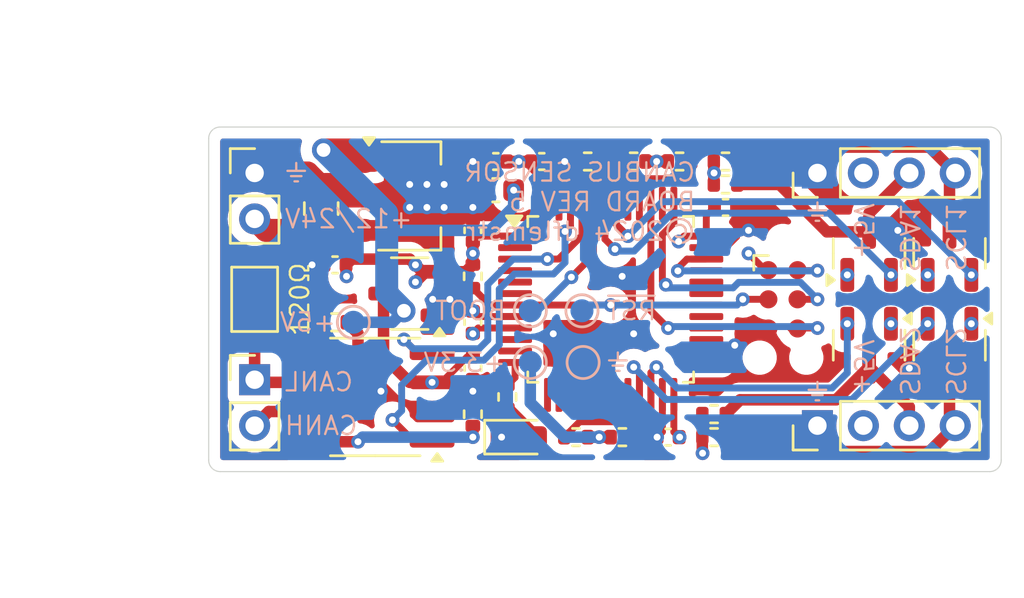
<source format=kicad_pcb>
(kicad_pcb (version 20240108) (generator "pcbnew") (generator_version "8.0")
  (layers (0 "F.Cu" signal) (1 "In1.Cu" signal) (2 "In2.Cu" signal) (31 "B.Cu" signal) (34 "B.Paste" user) (35 "F.Paste" user) (36 "B.SilkS" user "B.Silkscreen") (37 "F.SilkS" user "F.Silkscreen") (38 "B.Mask" user) (39 "F.Mask" user) (44 "Edge.Cuts" user))
  (net 0 "")
  (net 1 "CAN_TX")
  (net 2 "CANL")
  (net 3 "CANH")
  (net 4 "CAN_RX")
  (net 5 "+5V")
  (net 6 "GND")
  (net 7 "NRST")
  (net 8 "+3.3V")
  (net 9 "BOOT")
  (net 10 "Net-(D1-A)")
  (net 11 "I2C1_SDA")
  (net 12 "I2C2_SDA")
  (net 13 "I2C1_SCL")
  (net 14 "I2C2_SCL")
  (net 15 "SWO")
  (net 16 "SWCLK")
  (net 17 "SWDIO")
  (net 18 "Net-(J2-Pin_2)")
  (net 19 "Net-(U4-Rs)")
  (net 20 "+12V")
  (net 21 "STATUS_LED")
  (net 50 "I2C1_SCL_5V")
  (net 51 "I2C1_SDA_5V")
  (net 52 "I2C2_SDA_5V")
  (net 53 "I2C2_SCL_5V")
  (footprint "Resistor_SMD:R_0402_1005Metric" (layer "F.Cu") (at 38.49 46)
    (property "Reference" "R7" (hide yes))
    (property "Value" "10k")
  )
  (footprint "Resistor_SMD:R_0402_1005Metric" (layer "F.Cu") (at 40.51 46 180)
    (property "Reference" "R9" (hide yes))
    (property "Value" "10k")
  )
  (footprint "Capacitor_SMD:C_0402_1005Metric" (layer "F.Cu") (at 34 43 -90)
    (property "Reference" "C10" (hide yes))
    (property "Value" "100n")
  )
  (footprint "Jumper:SolderJumper-2_P1.3mm_Open_Pad1.0x1.5mm" (layer "F.Cu") (at 24.5 40 90)
    (property "Reference" "J2" (hide yes))
    (property "Value" "CAN Term")
  )
  (footprint "Resistor_SMD:R_0402_1005Metric" (layer "F.Cu") (at 41 34)
    (property "Reference" "R8" (hide yes))
    (property "Value" "10k")
  )
  (footprint "Resistor_SMD:R_0402_1005Metric" (layer "F.Cu") (at 34 45 -90)
    (property "Reference" "R5" (hide yes))
    (property "Value" "10k")
  )
  (footprint "Package_TO_SOT_SMD:SOT-89-3" (layer "F.Cu") (at 31.25 35.5)
    (property "Reference" "U1" (hide yes))
    (property "Value" "L78L05_SOT89")
  )
  (footprint "Resistor_SMD:R_0402_1005Metric" (layer "F.Cu") (at 35.5 44.25 -90)
    (property "Reference" "R1" (hide yes))
    (property "Value" "1k")
  )
  (footprint "Capacitor_SMD:C_0402_1005Metric" (layer "F.Cu") (at 34 37 90)
    (property "Reference" "C9" (hide yes))
    (property "Value" "100n")
  )
  (footprint "Resistor_SMD:R_0402_1005Metric" (layer "F.Cu") (at 34 39 90)
    (property "Reference" "R3" (hide yes))
    (property "Value" "10k")
  )
  (footprint "Connector_PinHeader_2.00mm:PinHeader_1x02_P2.00mm_Vertical" (layer "F.Cu") (at 24.5 43.5)
    (property "Reference" "J9" (hide yes))
    (property "Value" "Conn_01x02_Socket")
  )
  (footprint "Package_TO_SOT_SMD:SOT-23" (layer "F.Cu") (at 54.75 38 90)
    (property "Reference" "Q1" (hide yes))
    (property "Value" "AO3400A")
  )
  (footprint "Connector:Tag-Connect_TC2030-IDC-NL_2x03_P1.27mm_Vertical" (layer "F.Cu") (at 47.5 40 -90)
    (property "Reference" "J1" (hide yes))
    (property "Value" "Conn_ARM_SWD_TagConnect_TC2030-NL" (hide yes))
  )
  (footprint "Capacitor_SMD:C_0402_1005Metric" (layer "F.Cu") (at 35 34 180)
    (property "Reference" "C4" (hide yes))
    (property "Value" "10u")
  )
  (footprint "Resistor_SMD:R_0402_1005Metric" (layer "F.Cu") (at 28 41 180)
    (property "Reference" "R2" (hide yes))
    (property "Value" "120")
  )
  (footprint "Connector_PinHeader_2.00mm:PinHeader_1x02_P2.00mm_Vertical" (layer "F.Cu") (at 24.5 34.5)
    (property "Reference" "J8" (hide yes))
    (property "Value" "Conn_01x02_Socket")
  )
  (footprint "Capacitor_SMD:C_0402_1005Metric" (layer "F.Cu") (at 45 36)
    (property "Reference" "C6" (hide yes))
    (property "Value" "100n")
  )
  (footprint "Capacitor_SMD:C_0402_1005Metric" (layer "F.Cu") (at 42.5 46 180)
    (property "Reference" "C7" (hide yes))
    (property "Value" "100n")
  )
  (footprint "Package_TO_SOT_SMD:SOT-23" (layer "F.Cu") (at 51.25 42 -90)
    (property "Reference" "Q4" (hide yes))
    (property "Value" "AO3400A")
  )
  (footprint "Package_QFP:LQFP-48_7x7mm_P0.5mm" (layer "F.Cu") (at 40 40)
    (property "Reference" "U3" (hide yes))
    (property "Value" "STM32F103C8Tx")
  )
  (footprint "Capacitor_SMD:C_0805_2012Metric" (layer "F.Cu") (at 27.4 36.05 90)
    (property "Reference" "C1" (hide yes))
    (property "Value" "10u >24V")
  )
  (footprint "Connector_PinHeader_2.00mm:PinHeader_1x04_P2.00mm_Vertical" (layer "F.Cu") (at 49 34.5 90)
    (property "Reference" "J10" (hide yes))
    (property "Value" "Conn_01x04_Socket")
  )
  (footprint "Resistor_SMD:R_0402_1005Metric" (layer "F.Cu") (at 39 34)
    (property "Reference" "R4" (hide yes))
    (property "Value" "10k")
  )
  (footprint "Package_TO_SOT_SMD:SOT-23" (layer "F.Cu") (at 51.25 38 90)
    (property "Reference" "Q3" (hide yes))
    (property "Value" "AO3400A")
  )
  (footprint "Resistor_SMD:R_0402_1005Metric" (layer "F.Cu") (at 44.5 46 180)
    (property "Reference" "R11" (hide yes))
    (property "Value" "10k")
  )
  (footprint "Capacitor_SMD:C_0402_1005Metric" (layer "F.Cu") (at 28 38.5 180)
    (property "Reference" "C3" (hide yes))
    (property "Value" "10u")
  )
  (footprint "Resistor_SMD:R_0402_1005Metric" (layer "F.Cu") (at 43 34 180)
    (property "Reference" "R6" (hide yes))
    (property "Value" "10k")
  )
  (footprint "Connector_PinHeader_2.00mm:PinHeader_1x04_P2.00mm_Vertical" (layer "F.Cu") (at 49 45.5 90)
    (property "Reference" "J11" (hide yes))
    (property "Value" "Conn_01x04_Socket")
  )
  (footprint "Package_TO_SOT_SMD:SOT-23" (layer "F.Cu") (at 54.75 42 -90)
    (property "Reference" "Q2" (hide yes))
    (property "Value" "AO3400A")
  )
  (footprint "Resistor_SMD:R_0402_1005Metric" (layer "F.Cu") (at 45 35 180)
    (property "Reference" "R12" (hide yes))
    (property "Value" "10k")
  )
  (footprint "Capacitor_SMD:C_0603_1608Metric" (layer "F.Cu") (at 35 35.25 180)
    (property "Reference" "C2" (hide yes))
    (property "Value" "10u >5V")
  )
  (footprint "Package_SO:SOIC-8_3.9x4.9mm_P1.27mm" (layer "F.Cu") (at 29.75 44.25 180)
    (property "Reference" "U4" (hide yes))
    (property "Value" "MCP2551-I-SN")
  )
  (footprint "Capacitor_SMD:C_0402_1005Metric" (layer "F.Cu") (at 37 34)
    (property "Reference" "C5" (hide yes))
    (property "Value" "100n")
  )
  (footprint "LED_SMD:LED_0603_1608Metric" (layer "F.Cu") (at 36 46)
    (property "Reference" "D1" (hide yes))
    (property "Value" "STATUS LED RED")
  )
  (footprint "Capacitor_SMD:C_0402_1005Metric" (layer "F.Cu") (at 34 41 90)
    (property "Reference" "C8" (hide yes))
    (property "Value" "100n")
  )
  (footprint "Resistor_SMD:R_0402_1005Metric" (layer "F.Cu") (at 44.5 45 180)
    (property "Reference" "R13" (hide yes))
    (property "Value" "10k")
  )
  (footprint "Package_TO_SOT_SMD:SOT-23-3" (layer "F.Cu") (at 31.25 39.75 180)
    (property "Reference" "U2" (hide yes))
    (property "Value" "XC6206PxxxMR")
  )
  (footprint "Resistor_SMD:R_0402_1005Metric" (layer "F.Cu") (at 45 34 180)
    (property "Reference" "R10" (hide yes))
    (property "Value" "10k")
  )
  (footprint "TestPoint:TestPoint_Pad_D1.0mm" (layer "B.Cu") (at 38.75 40.5 180)
    (property "Reference" "J4" (hide yes))
    (property "Value" "Conn_01x01")
  )
  (footprint "TestPoint:TestPoint_Pad_D1.0mm" (layer "B.Cu") (at 36.5 42.75 180)
    (property "Reference" "J6" (hide yes))
    (property "Value" "Conn_01x01")
  )
  (footprint "TestPoint:TestPoint_Pad_D1.0mm" (layer "B.Cu") (at 38.8 42.75 180)
    (property "Reference" "J5" (hide yes))
    (property "Value" "Conn_01x01")
  )
  (footprint "TestPoint:TestPoint_Pad_D1.0mm" (layer "B.Cu") (at 28.8 41 180)
    (property "Reference" "J7" (hide yes))
    (property "Value" "Conn_01x01")
  )
  (footprint "TestPoint:TestPoint_Pad_D1.0mm" (layer "B.Cu") (at 36.5 40.5 180)
    (property "Reference" "J3" (hide yes))
    (property "Value" "Conn_01x01")
  )
  (gr_arc (start 57 47) (mid 56.853553 47.353553) (end 56.5 47.5) (stroke (width 0.05)) (layer "Edge.Cuts"))
  (gr_arc (start 22.5 33) (mid 22.646447 32.646447) (end 23 32.5) (stroke (width 0.05)) (layer "Edge.Cuts"))
  (gr_line (start 23 32.5) (end 56.5 32.5) (stroke (width 0.05)) (layer "Edge.Cuts"))
  (gr_line (start 22.5 47) (end 22.5 33) (stroke (width 0.05)) (layer "Edge.Cuts"))
  (gr_arc (start 23 47.5) (mid 22.646447 47.353553) (end 22.5 47) (stroke (width 0.05)) (layer "Edge.Cuts"))
  (gr_line (start 57 33) (end 57 47) (stroke (width 0.05)) (layer "Edge.Cuts"))
  (gr_line (start 56.5 47.5) (end 23 47.5) (stroke (width 0.05)) (layer "Edge.Cuts"))
  (gr_arc (start 56.5 32.5) (mid 56.853553 32.646447) (end 57 33) (stroke (width 0.05)) (layer "Edge.Cuts"))
  (gr_text "⏚" (at 49 35.75 0) (layer "B.SilkS") (effects (font (size 0.8 0.8) (thickness 0.1)) (justify top mirror)))
  (gr_text "+5V" (at 51 35.75 270) (layer "B.SilkS") (effects (font (size 0.8 0.8) (thickness 0.1)) (justify right mirror)))
  (gr_text "SDA2" (at 53 44.25 270) (layer "B.SilkS") (effects (font (size 0.8 0.8) (thickness 0.1)) (justify left mirror)))
  (gr_text "CANL" (at 25.75 43.6 0) (layer "B.SilkS") (effects (font (size 0.8 0.8) (thickness 0.1)) (justify right mirror)))
  (gr_text "SCL2" (at 55 44.25 270) (layer "B.SilkS") (effects (font (size 0.8 0.8) (thickness 0.1)) (justify left mirror)))
  (gr_text "BOOT" (at 35.5 40.5 0) (layer "B.SilkS") (effects (font (size 0.8 0.8) (thickness 0.1)) (justify left mirror)))
  (gr_text "SDA1" (at 53 35.75 270) (layer "B.SilkS") (effects (font (size 0.8 0.8) (thickness 0.1)) (justify right mirror)))
  (gr_text "+3.3V" (at 35.5 42.75 0) (layer "B.SilkS") (effects (font (size 0.8 0.8) (thickness 0.1)) (justify left mirror)))
  (gr_text "⏚" (at 49 44.5 0) (layer "B.SilkS") (effects (font (size 0.8 0.8) (thickness 0.1)) (justify bottom mirror)))
  (gr_text "+12/24V" (at 25.75 36.5 0) (layer "B.SilkS") (effects (font (size 0.8 0.8) (thickness 0.1)) (justify right mirror)))
  (gr_text "CANH" (at 25.75 45.5 0) (layer "B.SilkS") (effects (font (size 0.8 0.8) (thickness 0.1)) (justify right mirror)))
  (gr_text "+5V" (at 28.1 41 0) (layer "B.SilkS") (effects (font (size 0.8 0.8) (thickness 0.1)) (justify left mirror)))
  (gr_text "⏚" (at 39.75 42.75 0) (layer "B.SilkS") (effects (font (size 0.8 0.8) (thickness 0.1)) (justify right mirror)))
  (gr_text "+5V" (at 51 44.25 -90) (layer "B.SilkS") (effects (font (size 0.8 0.8) (thickness 0.1)) (justify left mirror)))
  (gr_text "SCL1" (at 55 35.75 270) (layer "B.SilkS") (effects (font (size 0.8 0.8) (thickness 0.1)) (justify right mirror)))
  (gr_text "~{RST}" (at 39.75 40.5 0) (layer "B.SilkS") (effects (font (size 0.8 0.8) (thickness 0.1)) (justify right mirror)))
  (gr_text "CANBUS SENSOR\nBOARD REV 5\n©2024 dflemstr" (at 43.75 34 0) (layer "B.SilkS") (effects (font (size 0.8 0.8) (thickness 0.1)) (justify left top mirror)))
  (gr_text "⏚" (at 25.75 34.5 0) (layer "B.SilkS") (effects (font (size 0.8 0.8) (thickness 0.1)) (justify right mirror)))
  (gr_text "120Ω" (at 26 40 90) (layer "F.SilkS") (effects (font (size 0.8 0.8) (thickness 0.1)) (justify top)))
  (segment (start 38.25 36.807018) (end 38.011854 37.045164) (width 0.3) (layer "F.Cu") (net 1))
  (segment (start 31.405 46.155) (end 32.225 46.155) (width 0.3) (layer "F.Cu") (net 1))
  (segment (start 38.25 35.8375) (end 38.25 36.807018) (width 0.3) (layer "F.Cu") (net 1))
  (segment (start 30.5 45.25) (end 31.405 46.155) (width 0.3) (layer "F.Cu") (net 1))
  (via (at 30.5 45.25) (size 0.6) (drill 0.3) (layers "F.Cu" "B.Cu") (net 1))
  (via (at 38.011854 37.045164) (size 0.6) (drill 0.3) (layers "F.Cu" "B.Cu") (net 1))
  (segment (start 30.9 43.730761) (end 30.9 44.85) (width 0.3) (layer "B.Cu") (net 1))
  (segment (start 38.011854 37.045164) (end 38.011854 38.395453) (width 0.3) (layer "B.Cu") (net 1))
  (segment (start 30.9 44.85) (end 30.5 45.25) (width 0.3) (layer "B.Cu") (net 1))
  (segment (start 38.011854 38.395453) (end 37.51029 38.897017) (width 0.3) (layer "B.Cu") (net 1))
  (segment (start 31.980761 42.65) (end 30.9 43.730761) (width 0.3) (layer "B.Cu") (net 1))
  (segment (start 35.15 39.557106) (end 35.15 41.976346) (width 0.3) (layer "B.Cu") (net 1))
  (segment (start 34.476346 42.65) (end 31.980761 42.65) (width 0.3) (layer "B.Cu") (net 1))
  (segment (start 37.51029 38.897017) (end 35.810089 38.897017) (width 0.3) (layer "B.Cu") (net 1))
  (segment (start 35.15 41.976346) (end 34.476346 42.65) (width 0.3) (layer "B.Cu") (net 1))
  (segment (start 35.810089 38.897017) (end 35.15 39.557106) (width 0.3) (layer "B.Cu") (net 1))
  (segment (start 24.615 43.615) (end 24.5 43.5) (width 0.5) (layer "F.Cu") (net 2))
  (segment (start 24.5 43.5) (end 24.5 40.65) (width 0.5) (layer "F.Cu") (net 2))
  (segment (start 27.275 43.615) (end 24.615 43.615) (width 0.5) (layer "F.Cu") (net 2))
  (segment (start 27.275 44.885) (end 28.249999 44.885) (width 0.5) (layer "F.Cu") (net 3))
  (segment (start 29 44.134999) (end 29 41.49) (width 0.5) (layer "F.Cu") (net 3))
  (segment (start 27.275 44.885) (end 25.115 44.885) (width 0.5) (layer "F.Cu") (net 3))
  (segment (start 25.115 44.885) (end 24.5 45.5) (width 0.5) (layer "F.Cu") (net 3))
  (segment (start 28.249999 44.885) (end 29 44.134999) (width 0.5) (layer "F.Cu") (net 3))
  (segment (start 29 41.49) (end 28.51 41) (width 0.5) (layer "F.Cu") (net 3))
  (segment (start 37.72924 38.247017) (end 37.241051 38.247017) (width 0.3) (layer "F.Cu") (net 4))
  (segment (start 38.75 35.8375) (end 38.75 37.226257) (width 0.3) (layer "F.Cu") (net 4))
  (segment (start 31.595 42.345) (end 31 41.75) (width 0.3) (layer "F.Cu") (net 4))
  (segment (start 32.225 42.345) (end 31.595 42.345) (width 0.3) (layer "F.Cu") (net 4))
  (segment (start 38.75 37.226257) (end 37.72924 38.247017) (width 0.3) (layer "F.Cu") (net 4))
  (via (at 37.241051 38.247017) (size 0.6) (drill 0.3) (layers "F.Cu" "B.Cu") (net 4))
  (via (at 31 41.75) (size 0.6) (drill 0.3) (layers "F.Cu" "B.Cu") (net 4))
  (segment (start 34.65 41.769239) (end 34.65 39.35) (width 0.3) (layer "B.Cu") (net 4))
  (segment (start 37.238068 38.25) (end 37.241051 38.247017) (width 0.3) (layer "B.Cu") (net 4))
  (segment (start 34.269239 42.15) (end 34.65 41.769239) (width 0.3) (layer "B.Cu") (net 4))
  (segment (start 34.65 39.35) (end 35.75 38.25) (width 0.3) (layer "B.Cu") (net 4))
  (segment (start 35.75 38.25) (end 37.238068 38.25) (width 0.3) (layer "B.Cu") (net 4))
  (segment (start 31.4 42.15) (end 34.269239 42.15) (width 0.3) (layer "B.Cu") (net 4))
  (segment (start 31 41.75) (end 31.4 42.15) (width 0.3) (layer "B.Cu") (net 4))
  (segment (start 30.1125 39.75) (end 30.1125 42.477499) (width 0.5) (layer "F.Cu") (net 5))
  (segment (start 28.8 33.5) (end 27.5 33.5) (width 1) (layer "F.Cu") (net 5))
  (segment (start 29.3 34) (end 28.8 33.5) (width 1) (layer "F.Cu") (net 5))
  (segment (start 31.250001 43.615) (end 32.225 43.615) (width 0.5) (layer "F.Cu") (net 5))
  (segment (start 30.1125 42.477499) (end 31.250001 43.615) (width 0.5) (layer "F.Cu") (net 5))
  (segment (start 43.99 46.69) (end 44 46.7) (width 0.5) (layer "F.Cu") (net 5))
  (segment (start 43.99 46) (end 43.99 46.69) (width 0.5) (layer "F.Cu") (net 5))
  (segment (start 30.1125 39.75) (end 30.25 39.75) (width 0.5) (layer "F.Cu") (net 5))
  (segment (start 32.641262 43.615) (end 32.225 43.615) (width 0.3) (layer "F.Cu") (net 5))
  (segment (start 43.99 45) (end 43.99 46) (width 0.5) (layer "F.Cu") (net 5))
  (segment (start 44.49 34) (end 44.49 35) (width 0.5) (layer "F.Cu") (net 5))
  (segment (start 33.736262 42.52) (end 32.641262 43.615) (width 0.3) (layer "F.Cu") (net 5))
  (segment (start 34 42.52) (end 33.736262 42.52) (width 0.3) (layer "F.Cu") (net 5))
  (segment (start 30.25 39.75) (end 31 40.5) (width 0.5) (layer "F.Cu") (net 5))
  (via (at 31 40.5) (size 1) (drill 0.6) (layers "F.Cu" "B.Cu") (net 5))
  (via (at 32.225 43.615) (size 0.6) (drill 0.3) (layers "F.Cu" "B.Cu") (net 5))
  (via (at 35.775 35.25) (size 0.6) (drill 0.3) (layers "F.Cu" "B.Cu") (net 5))
  (via (at 44 46.7) (size 0.6) (drill 0.3) (layers "F.Cu" "B.Cu") (net 5))
  (via (at 44.5 34.5) (size 0.6) (drill 0.3) (layers "F.Cu" "B.Cu") (net 5))
  (via (at 27.5 33.5) (size 1) (drill 0.6) (layers "F.Cu" "B.Cu") (net 5))
  (segment (start 30.25 37) (end 30.25 39.75) (width 1) (layer "B.Cu") (net 5))
  (segment (start 34.75 37) (end 30.25 37) (width 0.5) (layer "B.Cu") (net 5))
  (segment (start 28.8 41) (end 30.5 41) (width 0.5) (layer "B.Cu") (net 5))
  (segment (start 30.25 36.25) (end 30.25 37) (width 1) (layer "B.Cu") (net 5))
  (segment (start 27.5 33.5) (end 30.25 36.25) (width 1) (layer "B.Cu") (net 5))
  (segment (start 35.775 35.25) (end 35.775 35.975) (width 0.5) (layer "B.Cu") (net 5))
  (segment (start 35.775 35.975) (end 34.75 37) (width 0.5) (layer "B.Cu") (net 5))
  (segment (start 30.25 39.75) (end 31 40.5) (width 1) (layer "B.Cu") (net 5))
  (segment (start 30.5 41) (end 31 40.5) (width 0.5) (layer "B.Cu") (net 5))
  (segment (start 45.48 36) (end 45.48 36.48) (width 0.3) (layer "F.Cu") (net 6))
  (segment (start 45.00312 37.75) (end 45.48 37.27312) (width 0.3) (layer "F.Cu") (net 6))
  (segment (start 33.98 40.5) (end 34 40.52) (width 0.3) (layer "F.Cu") (net 6))
  (segment (start 42.25 45.77) (end 42.02 46) (width 0.3) (layer "F.Cu") (net 6))
  (segment (start 35.8375 40.75) (end 34.23 40.75) (width 0.3) (layer "F.Cu") (net 6))
  (segment (start 34 40.5) (end 33.98 40.5) (width 0.3) (layer "F.Cu") (net 6))
  (segment (start 34 36) (end 34 35.475) (width 0.5) (layer "F.Cu") (net 6))
  (segment (start 44.1625 37.75) (end 45.00312 37.75) (width 0.3) (layer "F.Cu") (net 6))
  (segment (start 34 44.49) (end 34 44) (width 0.5) (layer "F.Cu") (net 6))
  (segment (start 46.865 41.27) (end 46.13 41.27) (width 0.3) (layer "F.Cu") (net 6))
  (segment (start 42.25 44.1625) (end 42.25 45.77) (width 0.3) (layer "F.Cu") (net 6))
  (segment (start 34.23 40.75) (end 34 40.52) (width 0.3) (layer "F.Cu") (net 6))
  (segment (start 34 35.475) (end 34.225 35.25) (width 0.5) (layer "F.Cu") (net 6))
  (segment (start 27.8 35.5) (end 29.3875 35.5) (width 1) (layer "F.Cu") (net 6))
  (segment (start 46.13 41.27) (end 45.4 42) (width 0.3) (layer "F.Cu") (net 6))
  (segment (start 38.49 34) (end 38 34) (width 0.5) (layer "F.Cu") (net 6))
  (segment (start 34 40.52) (end 34 40.5) (width 0.3) (layer "F.Cu") (net 6))
  (segment (start 37.75 35.8375) (end 37.75 34.27) (width 0.3) (layer "F.Cu") (net 6))
  (segment (start 34 36.52) (end 34 36) (width 0.5) (layer "F.Cu") (net 6))
  (segment (start 24.5 34.5) (end 26.8 34.5) (width 1) (layer "F.Cu") (net 6))
  (segment (start 34 44) (end 34 43.48) (width 0.5) (layer "F.Cu") (net 6))
  (segment (start 45.48 36.48) (end 46 37) (width 0.3) (layer "F.Cu") (net 6))
  (segment (start 34.52 34) (end 34 34) (width 0.5) (layer "F.Cu") (net 6))
  (segment (start 38 34) (end 37.48 34) (width 0.5) (layer "F.Cu") (net 6))
  (segment (start 27.4 35.1) (end 27.8 35.5) (width 1) (layer "F.Cu") (net 6))
  (segment (start 45.48 37.27312) (end 45.48 36) (width 0.3) (layer "F.Cu") (net 6))
  (segment (start 27.52 38.5) (end 27 38.5) (width 0.5) (layer "F.Cu") (net 6))
  (segment (start 33.605 44.885) (end 34 44.49) (width 0.3) (layer "F.Cu") (net 6))
  (segment (start 26.8 34.5) (end 27.4 35.1) (width 1) (layer "F.Cu") (net 6))
  (segment (start 32.225 44.885) (end 33.605 44.885) (width 0.3) (layer "F.Cu") (net 6))
  (segment (start 37.75 34.27) (end 37.48 34) (width 0.3) (layer "F.Cu") (net 6))
  (via (at 32 36) (size 0.6) (drill 0.3) (layers "F.Cu" "B.Cu") (net 6))
  (via (at 46 37) (size 0.6) (drill 0.3) (layers "F.Cu" "B.Cu") (net 6))
  (via (at 32.25 40) (size 0.6) (drill 0.3) (layers "F.Cu" "B.Cu") (net 6))
  (via (at 35.25 46) (size 0.6) (drill 0.3) (layers "F.Cu" "B.Cu") (net 6))
  (via (at 52.5 37) (size 0.6) (drill 0.3) (layers "F.Cu" "B.Cu") (net 6))
  (via (at 33 40) (size 0.6) (drill 0.3) (layers "F.Cu" "B.Cu") (net 6))
  (via (at 34 40.5) (size 0.6) (drill 0.3) (layers "F.Cu" "B.Cu") (net 6))
  (via (at 42.02 46) (size 0.6) (drill 0.3) (layers "F.Cu" "B.Cu") (net 6))
  (via (at 27 38.5) (size 0.6) (drill 0.3) (layers "F.Cu" "B.Cu") (net 6))
  (via (at 53 43) (size 0.6) (drill 0.3) (layers "F.Cu" "B.Cu") (net 6))
  (via (at 31.25 36) (size 0.6) (drill 0.3) (layers "F.Cu" "B.Cu") (net 6))
  (via (at 34 36) (size 0.6) (drill 0.3) (layers "F.Cu" "B.Cu") (net 6))
  (via (at 37.5 41.5) (size 0.6) (drill 0.3) (layers "F.Cu" "B.Cu") (net 6))
  (via (at 41 41.5) (size 0.6) (drill 0.3) (layers "F.Cu" "B.Cu") (net 6))
  (via (at 40.5 39) (size 0.6) (drill 0.3) (layers "F.Cu" "B.Cu") (net 6))
  (via (at 45.4 42) (size 0.6) (drill 0.3) (layers "F.Cu" "B.Cu") (net 6))
  (via (at 32.75 35) (size 0.6) (drill 0.3) (layers "F.Cu" "B.Cu") (net 6))
  (via (at 38 34) (size 0.6) (drill 0.3) (layers "F.Cu" "B.Cu") (net 6))
  (via (at 34 34) (size 0.6) (drill 0.3) (layers "F.Cu" "B.Cu") (net 6))
  (via (at 30 44) (size 0.6) (drill 0.3) (layers "F.Cu" "B.Cu") (net 6))
  (via (at 32.75 36) (size 0.6) (drill 0.3) (layers "F.Cu" "B.Cu") (net 6))
  (via (at 31.25 35) (size 0.6) (drill 0.3) (layers "F.Cu" "B.Cu") (net 6))
  (via (at 34 44) (size 0.6) (drill 0.3) (layers "F.Cu" "B.Cu") (net 6))
  (via (at 32 35) (size 0.6) (drill 0.3) (layers "F.Cu" "B.Cu") (net 6))
  (segment (start 38.8 42.78) (end 42.02 46) (width 0.5) (layer "B.Cu") (net 6))
  (segment (start 38.8 42.75) (end 38.8 42.78) (width 0.5) (layer "B.Cu") (net 6))
  (segment (start 35.8375 40.25) (end 39.5 40.25) (width 0.3) (layer "F.Cu") (net 7))
  (segment (start 39.5 40.25) (end 40 40.25) (width 0.3) (layer "F.Cu") (net 7))
  (segment (start 45.75 40) (end 46.865 40) (width 0.3) (layer "F.Cu") (net 7))
  (segment (start 34.74 40.25) (end 34 39.51) (width 0.3) (layer "F.Cu") (net 7))
  (segment (start 35.8375 40.25) (end 34.74 40.25) (width 0.3) (layer "F.Cu") (net 7))
  (via (at 45.75 40) (size 0.6) (drill 0.3) (layers "F.Cu" "B.Cu") (net 7))
  (via (at 40 40.25) (size 0.6) (drill 0.3) (layers "F.Cu" "B.Cu") (net 7))
  (segment (start 45.5 40.25) (end 45.75 40) (width 0.3) (layer "B.Cu") (net 7))
  (segment (start 40 40.25) (end 39 40.25) (width 0.3) (layer "B.Cu") (net 7))
  (segment (start 42.5 40.25) (end 40 40.25) (width 0.3) (layer "B.Cu") (net 7))
  (segment (start 42.5 40.25) (end 45.5 40.25) (width 0.3) (layer "B.Cu") (net 7))
  (segment (start 39 40.25) (end 38.75 40.5) (width 0.3) (layer "B.Cu") (net 7))
  (segment (start 36.52 34) (end 36.52 34) (width 0.5) (layer "F.Cu") (net 8))
  (segment (start 39 46) (end 39.5 46) (width 0.5) (layer "F.Cu") (net 8))
  (segment (start 37.25 35.8375) (end 37.25 35) (width 0.3) (layer "F.Cu") (net 8))
  (segment (start 39.5 46) (end 40 46) (width 0.5) (layer "F.Cu") (net 8))
  (segment (start 42.98 46) (end 43 46) (width 0.3) (layer "F.Cu") (net 8))
  (segment (start 34 38.49) (end 34 38) (width 0.5) (layer "F.Cu") (net 8))
  (segment (start 31.5 38.5) (end 31.25 38.25) (width 0.5) (layer "F.Cu") (net 8))
  (segment (start 32.3875 38.8) (end 33.69 38.8) (width 0.5) (layer "F.Cu") (net 8))
  (segment (start 32.3875 38.8) (end 31.95 38.8) (width 0.5) (layer "F.Cu") (net 8))
  (segment (start 33.98 41.5) (end 34 41.48) (width 0.3) (layer "F.Cu") (net 8))
  (segment (start 44.1625 36.3575) (end 44.52 36) (width 0.3) (layer "F.Cu") (net 8))
  (segment (start 41.51 34) (end 42 34) (width 0.5) (layer "F.Cu") (net 8))
  (segment (start 43.190908 37.25) (end 42.955883 37.485025) (width 0.3) (layer "F.Cu") (net 8))
  (segment (start 43 46.02) (end 42.98 46) (width 0.3) (layer "F.Cu") (net 8))
  (segment (start 34 41.48) (end 34 41.5) (width 0.3) (layer "F.Cu") (net 8))
  (segment (start 34 38) (end 34 37.48) (width 0.5) (layer "F.Cu") (net 8))
  (segment (start 46.73 38.73) (end 46 38) (width 0.3) (layer "F.Cu") (net 8))
  (segment (start 31.95 38.8) (end 31.5 39.25) (width 0.5) (layer "F.Cu") (net 8))
  (segment (start 35.8375 41.25) (end 34.23 41.25) (width 0.3) (layer "F.Cu") (net 8))
  (segment (start 35.48 34) (end 36 34) (width 0.5) (layer "F.Cu") (net 8))
  (segment (start 32.3875 38.8) (end 31.8 38.8) (width 0.5) (layer "F.Cu") (net 8))
  (segment (start 42.75 45.77) (end 42.98 46) (width 0.3) (layer "F.Cu") (net 8))
  (segment (start 36.52 34.27) (end 36.52 34) (width 0.3) (layer "F.Cu") (net 8))
  (segment (start 33.69 38.8) (end 34 38.49) (width 0.5) (layer "F.Cu") (net 8))
  (segment (start 35.8375 37.25) (end 34.23 37.25) (width 0.3) (layer "F.Cu") (net 8))
  (segment (start 42 34) (end 42.49 34) (width 0.5) (layer "F.Cu") (net 8))
  (segment (start 44.1625 37.25) (end 44.1625 36.3575) (width 0.3) (layer "F.Cu") (net 8))
  (segment (start 36.5 34) (end 36.52 34) (width 0.5) (layer "F.Cu") (net 8))
  (segment (start 31.8 38.8) (end 31.5 38.5) (width 0.5) (layer "F.Cu") (net 8))
  (segment (start 44.1625 37.25) (end 43.190908 37.25) (width 0.3) (layer "F.Cu") (net 8))
  (segment (start 34 41.5) (end 33.98 41.5) (width 0.3) (layer "F.Cu") (net 8))
  (segment (start 34.23 41.25) (end 34 41.48) (width 0.3) (layer "F.Cu") (net 8))
  (segment (start 34.23 37.25) (end 34 37.48) (width 0.3) (layer "F.Cu") (net 8))
  (segment (start 42.75 44.1625) (end 42.75 45.77) (width 0.3) (layer "F.Cu") (net 8))
  (segment (start 46.865 38.73) (end 46.73 38.73) (width 0.3) (layer "F.Cu") (net 8))
  (segment (start 37.25 35) (end 36.52 34.27) (width 0.3) (layer "F.Cu") (net 8))
  (segment (start 28.48 38.98) (end 28.5 39) (width 0.5) (layer "F.Cu") (net 8))
  (segment (start 28.48 38.5) (end 28.48 38.98) (width 0.5) (layer "F.Cu") (net 8))
  (segment (start 31.25 38.25) (end 28.73 38.25) (width 0.5) (layer "F.Cu") (net 8))
  (segment (start 28.73 38.25) (end 28.48 38.5) (width 0.5) (layer "F.Cu") (net 8))
  (segment (start 36 34) (end 36.5 34) (width 0.5) (layer "F.Cu") (net 8))
  (segment (start 43 46) (end 43 46.02) (width 0.3) (layer "F.Cu") (net 8))
  (via (at 36 34) (size 0.6) (drill 0.3) (layers "F.Cu" "B.Cu") (net 8))
  (via (at 50.3 38.9375) (size 0.6) (drill 0.3) (layers "F.Cu" "B.Cu") (net 8))
  (via (at 39.5 46) (size 0.6) (drill 0.3) (layers "F.Cu" "B.Cu") (net 8))
  (via (at 42.955883 37.485025) (size 0.6) (drill 0.3) (layers "F.Cu" "B.Cu") (net 8))
  (via (at 52.2 41.0625) (size 0.6) (drill 0.3) (layers "F.Cu" "B.Cu") (net 8))
  (via (at 34 38) (size 0.6) (drill 0.3) (layers "F.Cu" "B.Cu") (net 8))
  (via (at 31.5 39.25) (size 0.6) (drill 0.3) (layers "F.Cu" "B.Cu") (net 8))
  (via (at 42 34) (size 0.6) (drill 0.3) (layers "F.Cu" "B.Cu") (net 8))
  (via (at 31.5 38.5) (size 0.6) (drill 0.3) (layers "F.Cu" "B.Cu") (net 8))
  (via (at 46 38) (size 0.6) (drill 0.3) (layers "F.Cu" "B.Cu") (net 8))
  (via (at 53.8 38.9375) (size 0.6) (drill 0.3) (layers "F.Cu" "B.Cu") (net 8))
  (via (at 43 46) (size 0.6) (drill 0.3) (layers "F.Cu" "B.Cu") (net 8))
  (via (at 34 41.5) (size 0.6) (drill 0.3) (layers "F.Cu" "B.Cu") (net 8))
  (via (at 28.5 39) (size 0.6) (drill 0.3) (layers "F.Cu" "B.Cu") (net 8))
  (via (at 55.7 41.0625) (size 0.6) (drill 0.3) (layers "F.Cu" "B.Cu") (net 8))
  (segment (start 39.5 46) (end 38 46) (width 0.5) (layer "B.Cu") (net 8))
  (segment (start 38 46) (end 36.5 44.5) (width 0.5) (layer "B.Cu") (net 8))
  (segment (start 36.5 44.5) (end 36.5 42.75) (width 0.5) (layer "B.Cu") (net 8))
  (segment (start 39.25 38.076546) (end 38.288206 39.03834) (width 0.3) (layer "F.Cu") (net 9))
  (segment (start 39.25 35.8375) (end 39.25 34.26) (width 0.3) (layer "F.Cu") (net 9))
  (segment (start 39.25 35.8375) (end 39.25 38.076546) (width 0.3) (layer "F.Cu") (net 9))
  (segment (start 39.25 34.26) (end 39.51 34) (width 0.3) (layer "F.Cu") (net 9))
  (via (at 38.288206 39.03834) (size 0.6) (drill 0.3) (layers "F.Cu" "B.Cu") (net 9))
  (segment (start 36.826546 40.5) (end 36.5 40.5) (width 0.3) (layer "B.Cu") (net 9))
  (segment (start 38.288206 39.03834) (end 36.826546 40.5) (width 0.3) (layer "B.Cu") (net 9))
  (segment (start 35.5475 44.76) (end 36.7875 46) (width 0.5) (layer "F.Cu") (net 10))
  (segment (start 35.5 44.76) (end 35.5475 44.76) (width 0.5) (layer "F.Cu") (net 10))
  (segment (start 39.75 34.769634) (end 40.49 34.029634) (width 0.3) (layer "F.Cu") (net 11))
  (segment (start 39.75 35.8375) (end 39.75 34.769634) (width 0.3) (layer "F.Cu") (net 11))
  (segment (start 39.75 35.8375) (end 39.75 37.381374) (width 0.3) (layer "F.Cu") (net 11))
  (segment (start 39.75 37.381374) (end 40.184313 37.815687) (width 0.3) (layer "F.Cu") (net 11))
  (segment (start 40.5 34) (end 40.49 34) (width 0.3) (layer "F.Cu") (net 11))
  (segment (start 40.49 34.029634) (end 40.5 34) (width 0.3) (layer "F.Cu") (net 11))
  (via (at 40.184313 37.815687) (size 0.6) (drill 0.3) (layers "F.Cu" "B.Cu") (net 11))
  (via (at 52.2 38.9375) (size 0.6) (drill 0.3) (layers "F.Cu" "B.Cu") (net 11))
  (segment (start 40.184313 37.815687) (end 40.268626 37.9) (width 0.3) (layer "B.Cu") (net 11))
  (segment (start 41.019239 37.9) (end 42.669239 36.25) (width 0.3) (layer "B.Cu") (net 11))
  (segment (start 40.268626 37.9) (end 41.019239 37.9) (width 0.3) (layer "B.Cu") (net 11))
  (segment (start 49.5125 36.25) (end 52.2 38.9375) (width 0.3) (layer "B.Cu") (net 11))
  (segment (start 42.669239 36.25) (end 49.5125 36.25) (width 0.3) (layer "B.Cu") (net 11))
  (segment (start 41.75 44.1625) (end 41.75 45.263154) (width 0.3) (layer "F.Cu") (net 12))
  (segment (start 41 46) (end 41.02 46) (width 0.3) (layer "F.Cu") (net 12))
  (segment (start 41.75 45.263154) (end 41.02 45.993154) (width 0.3) (layer "F.Cu") (net 12))
  (segment (start 41.75 43.192982) (end 41.988146 42.954836) (width 0.3) (layer "F.Cu") (net 12))
  (segment (start 41.75 44.1625) (end 41.75 43.192982) (width 0.3) (layer "F.Cu") (net 12))
  (segment (start 41.02 45.993154) (end 41 46) (width 0.3) (layer "F.Cu") (net 12))
  (via (at 41.988146 42.954836) (size 0.6) (drill 0.3) (layers "F.Cu" "B.Cu") (net 12))
  (via (at 50.3 41.0625) (size 0.6) (drill 0.3) (layers "F.Cu" "B.Cu") (net 12))
  (segment (start 42.89331 43.86) (end 49.64 43.86) (width 0.3) (layer "B.Cu") (net 12))
  (segment (start 50.3 43.2) (end 50.3 41.0625) (width 0.3) (layer "B.Cu") (net 12))
  (segment (start 49.64 43.86) (end 50.3 43.2) (width 0.3) (layer "B.Cu") (net 12))
  (segment (start 41.988146 42.954836) (end 42.89331 43.86) (width 0.3) (layer "B.Cu") (net 12))
  (segment (start 43.5 34.01) (end 43.5 34) (width 0.3) (layer "F.Cu") (net 13))
  (segment (start 43.5 34) (end 43.51 34) (width 0.3) (layer "F.Cu") (net 13))
  (segment (start 40.49688 34.75) (end 42.76 34.75) (width 0.3) (layer "F.Cu") (net 13))
  (segment (start 40.25 35.8375) (end 40.25 36.75) (width 0.3) (layer "F.Cu") (net 13))
  (segment (start 40.25 34.99688) (end 40.49688 34.75) (width 0.3) (layer "F.Cu") (net 13))
  (segment (start 43.51 34) (end 43.51 34) (width 0.3) (layer "F.Cu") (net 13))
  (segment (start 40.25 36.75) (end 40.75 37.25) (width 0.3) (layer "F.Cu") (net 13))
  (segment (start 42.76 34.75) (end 43.5 34.01) (width 0.3) (layer "F.Cu") (net 13))
  (segment (start 40.25 35.8375) (end 40.25 34.99688) (width 0.3) (layer "F.Cu") (net 13))
  (via (at 55.7 38.9375) (size 0.6) (drill 0.3) (layers "F.Cu" "B.Cu") (net 13))
  (via (at 40.75 37.25) (size 0.6) (drill 0.3) (layers "F.Cu" "B.Cu") (net 13))
  (segment (start 42.25 35.75) (end 52.5125 35.75) (width 0.3) (layer "B.Cu") (net 13))
  (segment (start 52.5125 35.75) (end 55.7 38.9375) (width 0.3) (layer "B.Cu") (net 13))
  (segment (start 40.75 37.25) (end 42.25 35.75) (width 0.3) (layer "B.Cu") (net 13))
  (segment (start 38 45.98) (end 38 46) (width 0.3) (layer "F.Cu") (net 14))
  (segment (start 37.98 46) (end 37.98 46) (width 0.3) (layer "F.Cu") (net 14))
  (segment (start 41.25 45.00312) (end 40.92312 45.33) (width 0.3) (layer "F.Cu") (net 14))
  (segment (start 40.92312 45.33) (end 38.65 45.33) (width 0.3) (layer "F.Cu") (net 14))
  (segment (start 41.25 44.1625) (end 41.25 43.200301) (width 0.3) (layer "F.Cu") (net 14))
  (segment (start 41.25 44.1625) (end 41.25 45.00312) (width 0.3) (layer "F.Cu") (net 14))
  (segment (start 38 46) (end 37.98 46) (width 0.3) (layer "F.Cu") (net 14))
  (segment (start 41.25 43.200301) (end 41.001096 42.951397) (width 0.3) (layer "F.Cu") (net 14))
  (segment (start 38.65 45.33) (end 38 45.98) (width 0.3) (layer "F.Cu") (net 14))
  (via (at 53.8 41.0625) (size 0.6) (drill 0.3) (layers "F.Cu" "B.Cu") (net 14))
  (via (at 41.001096 42.951397) (size 0.6) (drill 0.3) (layers "F.Cu" "B.Cu") (net 14))
  (segment (start 42.409699 44.36) (end 50.5025 44.36) (width 0.3) (layer "B.Cu") (net 14))
  (segment (start 41.001096 42.951397) (end 42.409699 44.36) (width 0.3) (layer "B.Cu") (net 14))
  (segment (start 50.5025 44.36) (end 53.8 41.0625) (width 0.3) (layer "B.Cu") (net 14))
  (segment (start 41.75 40.5) (end 42.5 41.25) (width 0.3) (layer "F.Cu") (net 15))
  (segment (start 48.155 41.25) (end 48.135 41.27) (width 0.3) (layer "F.Cu") (net 15))
  (segment (start 49 41.25) (end 48.155 41.25) (width 0.3) (layer "F.Cu") (net 15))
  (segment (start 41.75 35.8375) (end 41.75 40.5) (width 0.3) (layer "F.Cu") (net 15))
  (segment (start 47.855 41.25) (end 47.835 41.27) (width 0.3) (layer "F.Cu") (net 15))
  (via (at 42.5 41.25) (size 0.6) (drill 0.3) (layers "F.Cu" "B.Cu") (net 15))
  (via (at 49 41.25) (size 0.6) (drill 0.3) (layers "F.Cu" "B.Cu") (net 15))
  (segment (start 48.936891 41.186891) (end 49 41.25) (width 0.3) (layer "B.Cu") (net 15))
  (segment (start 42.5 41.25) (end 42.563109 41.186891) (width 0.3) (layer "B.Cu") (net 15))
  (segment (start 42.563109 41.186891) (end 48.936891 41.186891) (width 0.3) (layer "B.Cu") (net 15))
  (segment (start 42.25 37.17812) (end 42.25 39.215809) (width 0.3) (layer "F.Cu") (net 16))
  (segment (start 42.75 36.67812) (end 42.25 37.17812) (width 0.3) (layer "F.Cu") (net 16))
  (segment (start 42.75 35.8375) (end 42.75 36.67812) (width 0.3) (layer "F.Cu") (net 16))
  (segment (start 42.25 39.215809) (end 42.4 39.365809) (width 0.3) (layer "F.Cu") (net 16))
  (segment (start 49 40) (end 48.135 40) (width 0.3) (layer "F.Cu") (net 16))
  (via (at 42.4 39.365809) (size 0.6) (drill 0.3) (layers "F.Cu" "B.Cu") (net 16))
  (via (at 49 40) (size 0.6) (drill 0.3) (layers "F.Cu" "B.Cu") (net 16))
  (segment (start 45.568587 39.262174) (end 48.262174 39.262174) (width 0.3) (layer "B.Cu") (net 16))
  (segment (start 42.4 39.365809) (end 42.534191 39.5) (width 0.3) (layer "B.Cu") (net 16))
  (segment (start 42.534191 39.5) (end 45.330761 39.5) (width 0.3) (layer "B.Cu") (net 16))
  (segment (start 48.262174 39.262174) (end 49 40) (width 0.3) (layer "B.Cu") (net 16))
  (segment (start 45.330761 39.5) (end 45.568587 39.262174) (width 0.3) (layer "B.Cu") (net 16))
  (segment (start 42.925001 38.646879) (end 42.925001 38.762174) (width 0.3) (layer "F.Cu") (net 17))
  (segment (start 44.1625 38.25) (end 43.32188 38.25) (width 0.3) (layer "F.Cu") (net 17))
  (segment (start 48.155 38.75) (end 48.135 38.73) (width 0.3) (layer "F.Cu") (net 17))
  (segment (start 49 38.75) (end 48.155 38.75) (width 0.3) (layer "F.Cu") (net 17))
  (segment (start 43.32188 38.25) (end 42.925001 38.646879) (width 0.3) (layer "F.Cu") (net 17))
  (via (at 49 38.75) (size 0.6) (drill 0.3) (layers "F.Cu" "B.Cu") (net 17))
  (via (at 42.925001 38.762174) (size 0.6) (drill 0.3) (layers "F.Cu" "B.Cu") (net 17))
  (segment (start 48.987826 38.762174) (end 49 38.75) (width 0.3) (layer "B.Cu") (net 17))
  (segment (start 42.925001 38.762174) (end 48.987826 38.762174) (width 0.3) (layer "B.Cu") (net 17))
  (segment (start 25.84 39.35) (end 27.49 41) (width 0.5) (layer "F.Cu") (net 18))
  (segment (start 24.5 39.35) (end 25.84 39.35) (width 0.5) (layer "F.Cu") (net 18))
  (segment (start 29 46.2) (end 27.32 46.2) (width 0.5) (layer "F.Cu") (net 19))
  (segment (start 27.32 46.2) (end 27.275 46.155) (width 0.5) (layer "F.Cu") (net 19))
  (segment (start 34 45.51) (end 34 46) (width 0.5) (layer "F.Cu") (net 19))
  (via (at 29 46.2) (size 0.6) (drill 0.3) (layers "F.Cu" "B.Cu") (net 19))
  (via (at 34 46) (size 0.6) (drill 0.3) (layers "F.Cu" "B.Cu") (net 19))
  (segment (start 34 46) (end 29.2 46) (width 0.5) (layer "B.Cu") (net 19))
  (segment (start 29.2 46) (end 29 46.2) (width 0.5) (layer "B.Cu") (net 19))
  (segment (start 27.4 37) (end 29.3 37) (width 1) (layer "F.Cu") (net 20))
  (segment (start 25 37) (end 24.5 36.5) (width 1) (layer "F.Cu") (net 20))
  (segment (start 27.4 37) (end 25 37) (width 1) (layer "F.Cu") (net 20))
  (segment (start 35.8375 43.4025) (end 35.5 43.74) (width 0.3) (layer "F.Cu") (net 21))
  (segment (start 35.8375 42.75) (end 35.8375 43.4025) (width 0.3) (layer "F.Cu") (net 21))
  (segment (start 46.135 33.375) (end 53.875 33.375) (width 0.5) (layer "F.Cu") (net 50))
  (segment (start 54.75 34.75) (end 55 34.5) (width 0.5) (layer "F.Cu") (net 50))
  (segment (start 45.51 34) (end 46.135 33.375) (width 0.5) (layer "F.Cu") (net 50))
  (segment (start 53.875 33.375) (end 55 34.5) (width 0.5) (layer "F.Cu") (net 50))
  (segment (start 54.75 37.0625) (end 54.75 34.75) (width 0.5) (layer "F.Cu") (net 50))
  (segment (start 51.25 37.0625) (end 51.25 36.25) (width 0.5) (layer "F.Cu") (net 51))
  (segment (start 47.34995 35) (end 49.41245 37.0625) (width 0.5) (layer "F.Cu") (net 51))
  (segment (start 45.51 35) (end 47.34995 35) (width 0.5) (layer "F.Cu") (net 51))
  (segment (start 51.25 36.25) (end 53 34.5) (width 0.5) (layer "F.Cu") (net 51))
  (segment (start 49.41245 37.0625) (end 51.25 37.0625) (width 0.5) (layer "F.Cu") (net 51))
  (segment (start 51.25 42.9375) (end 49.8125 44.375) (width 0.5) (layer "F.Cu") (net 52))
  (segment (start 53 45.5) (end 53 44.6875) (width 0.5) (layer "F.Cu") (net 52))
  (segment (start 45.635 44.375) (end 45.01 45) (width 0.5) (layer "F.Cu") (net 52))
  (segment (start 53 44.6875) (end 51.25 42.9375) (width 0.5) (layer "F.Cu") (net 52))
  (segment (start 49.8125 44.375) (end 45.635 44.375) (width 0.5) (layer "F.Cu") (net 52))
  (segment (start 54.75 45.25) (end 55 45.5) (width 0.5) (layer "F.Cu") (net 53))
  (segment (start 54.75 42.9375) (end 54.75 45.25) (width 0.5) (layer "F.Cu") (net 53))
  (segment (start 45.635 46.625) (end 53.875 46.625) (width 0.5) (layer "F.Cu") (net 53))
  (segment (start 53.875 46.625) (end 55 45.5) (width 0.5) (layer "F.Cu") (net 53))
  (segment (start 45.01 46) (end 45.635 46.625) (width 0.5) (layer "F.Cu") (net 53))
  (zone (net 6) (net_name "GND") (layers "F.Cu" "In1.Cu" "B.Cu") (connect_pads yes (clearance 0.5)) (min_thickness 0.25) (fill yes (thermal_gap 0.5) (thermal_bridge_width 0.5))
    (polygon (pts (xy 22.5 32.5) (xy 57 32.5) (xy 57 47.5) (xy 22.5 47.5)))
  )
)
</source>
